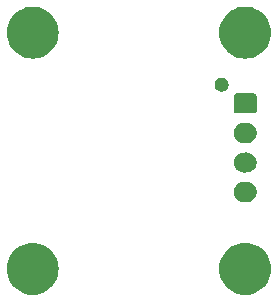
<source format=gbs>
%TF.GenerationSoftware,KiCad,Pcbnew,8.0.2*%
%TF.CreationDate,2024-12-26T16:28:57-05:00*%
%TF.ProjectId,Lumen Sensor,4c756d65-6e20-4536-956e-736f722e6b69,rev?*%
%TF.SameCoordinates,Original*%
%TF.FileFunction,Soldermask,Bot*%
%TF.FilePolarity,Negative*%
%FSLAX46Y46*%
G04 Gerber Fmt 4.6, Leading zero omitted, Abs format (unit mm)*
G04 Created by KiCad (PCBNEW 8.0.2) date 2024-12-26 16:28:57*
%MOMM*%
%LPD*%
G01*
G04 APERTURE LIST*
G04 APERTURE END LIST*
G36*
X99287158Y-62818821D02*
G01*
X99569402Y-62874963D01*
X99841904Y-62967465D01*
X100100000Y-63094744D01*
X100339275Y-63254623D01*
X100555635Y-63444365D01*
X100745377Y-63660725D01*
X100905256Y-63900000D01*
X101032535Y-64158096D01*
X101125037Y-64430598D01*
X101181179Y-64712842D01*
X101200000Y-65000000D01*
X101181179Y-65287158D01*
X101125037Y-65569402D01*
X101032535Y-65841904D01*
X100905256Y-66100000D01*
X100745377Y-66339275D01*
X100555635Y-66555635D01*
X100339275Y-66745377D01*
X100100000Y-66905256D01*
X99841904Y-67032535D01*
X99569402Y-67125037D01*
X99287158Y-67181179D01*
X99000000Y-67200000D01*
X98712842Y-67181179D01*
X98430598Y-67125037D01*
X98158096Y-67032535D01*
X97900000Y-66905256D01*
X97660725Y-66745377D01*
X97444365Y-66555635D01*
X97254623Y-66339275D01*
X97094744Y-66100000D01*
X96967465Y-65841904D01*
X96874963Y-65569402D01*
X96818821Y-65287158D01*
X96800000Y-65000000D01*
X96818821Y-64712842D01*
X96874963Y-64430598D01*
X96967465Y-64158096D01*
X97094744Y-63900000D01*
X97254623Y-63660725D01*
X97444365Y-63444365D01*
X97660725Y-63254623D01*
X97900000Y-63094744D01*
X98158096Y-62967465D01*
X98430598Y-62874963D01*
X98712842Y-62818821D01*
X99000000Y-62800000D01*
X99287158Y-62818821D01*
G37*
G36*
X117287158Y-62818821D02*
G01*
X117569402Y-62874963D01*
X117841904Y-62967465D01*
X118100000Y-63094744D01*
X118339275Y-63254623D01*
X118555635Y-63444365D01*
X118745377Y-63660725D01*
X118905256Y-63900000D01*
X119032535Y-64158096D01*
X119125037Y-64430598D01*
X119181179Y-64712842D01*
X119200000Y-65000000D01*
X119181179Y-65287158D01*
X119125037Y-65569402D01*
X119032535Y-65841904D01*
X118905256Y-66100000D01*
X118745377Y-66339275D01*
X118555635Y-66555635D01*
X118339275Y-66745377D01*
X118100000Y-66905256D01*
X117841904Y-67032535D01*
X117569402Y-67125037D01*
X117287158Y-67181179D01*
X117000000Y-67200000D01*
X116712842Y-67181179D01*
X116430598Y-67125037D01*
X116158096Y-67032535D01*
X115900000Y-66905256D01*
X115660725Y-66745377D01*
X115444365Y-66555635D01*
X115254623Y-66339275D01*
X115094744Y-66100000D01*
X114967465Y-65841904D01*
X114874963Y-65569402D01*
X114818821Y-65287158D01*
X114800000Y-65000000D01*
X114818821Y-64712842D01*
X114874963Y-64430598D01*
X114967465Y-64158096D01*
X115094744Y-63900000D01*
X115254623Y-63660725D01*
X115444365Y-63444365D01*
X115660725Y-63254623D01*
X115900000Y-63094744D01*
X116158096Y-62967465D01*
X116430598Y-62874963D01*
X116712842Y-62818821D01*
X117000000Y-62800000D01*
X117287158Y-62818821D01*
G37*
G36*
X117208315Y-57654093D02*
G01*
X117371742Y-57686601D01*
X117525687Y-57750367D01*
X117664234Y-57842941D01*
X117782059Y-57960766D01*
X117874633Y-58099313D01*
X117938399Y-58253258D01*
X117970907Y-58416685D01*
X117970907Y-58583315D01*
X117938399Y-58746742D01*
X117874633Y-58900687D01*
X117782059Y-59039234D01*
X117664234Y-59157059D01*
X117525687Y-59249633D01*
X117371742Y-59313399D01*
X117208315Y-59345907D01*
X116875000Y-59350000D01*
X116791685Y-59345907D01*
X116628258Y-59313399D01*
X116474313Y-59249633D01*
X116335766Y-59157059D01*
X116217941Y-59039234D01*
X116125367Y-58900687D01*
X116061601Y-58746742D01*
X116029093Y-58583315D01*
X116029093Y-58416685D01*
X116061601Y-58253258D01*
X116125367Y-58099313D01*
X116217941Y-57960766D01*
X116335766Y-57842941D01*
X116474313Y-57750367D01*
X116628258Y-57686601D01*
X116791685Y-57654093D01*
X117125000Y-57650000D01*
X117208315Y-57654093D01*
G37*
G36*
X117208315Y-55154093D02*
G01*
X117371742Y-55186601D01*
X117525687Y-55250367D01*
X117664234Y-55342941D01*
X117782059Y-55460766D01*
X117874633Y-55599313D01*
X117938399Y-55753258D01*
X117970907Y-55916685D01*
X117970907Y-56083315D01*
X117938399Y-56246742D01*
X117874633Y-56400687D01*
X117782059Y-56539234D01*
X117664234Y-56657059D01*
X117525687Y-56749633D01*
X117371742Y-56813399D01*
X117208315Y-56845907D01*
X116875000Y-56850000D01*
X116791685Y-56845907D01*
X116628258Y-56813399D01*
X116474313Y-56749633D01*
X116335766Y-56657059D01*
X116217941Y-56539234D01*
X116125367Y-56400687D01*
X116061601Y-56246742D01*
X116029093Y-56083315D01*
X116029093Y-55916685D01*
X116061601Y-55753258D01*
X116125367Y-55599313D01*
X116217941Y-55460766D01*
X116335766Y-55342941D01*
X116474313Y-55250367D01*
X116628258Y-55186601D01*
X116791685Y-55154093D01*
X117125000Y-55150000D01*
X117208315Y-55154093D01*
G37*
G36*
X117208315Y-52654093D02*
G01*
X117371742Y-52686601D01*
X117525687Y-52750367D01*
X117664234Y-52842941D01*
X117782059Y-52960766D01*
X117874633Y-53099313D01*
X117938399Y-53253258D01*
X117970907Y-53416685D01*
X117970907Y-53583315D01*
X117938399Y-53746742D01*
X117874633Y-53900687D01*
X117782059Y-54039234D01*
X117664234Y-54157059D01*
X117525687Y-54249633D01*
X117371742Y-54313399D01*
X117208315Y-54345907D01*
X116875000Y-54350000D01*
X116791685Y-54345907D01*
X116628258Y-54313399D01*
X116474313Y-54249633D01*
X116335766Y-54157059D01*
X116217941Y-54039234D01*
X116125367Y-53900687D01*
X116061601Y-53746742D01*
X116029093Y-53583315D01*
X116029093Y-53416685D01*
X116061601Y-53253258D01*
X116125367Y-53099313D01*
X116217941Y-52960766D01*
X116335766Y-52842941D01*
X116474313Y-52750367D01*
X116628258Y-52686601D01*
X116791685Y-52654093D01*
X117125000Y-52650000D01*
X117208315Y-52654093D01*
G37*
G36*
X117729047Y-50150805D02*
G01*
X117780408Y-50156764D01*
X117797954Y-50164511D01*
X117820671Y-50169030D01*
X117844991Y-50185280D01*
X117865793Y-50194465D01*
X117880000Y-50208672D01*
X117901777Y-50223223D01*
X117916327Y-50244999D01*
X117930534Y-50259206D01*
X117939718Y-50280006D01*
X117955970Y-50304329D01*
X117960489Y-50327048D01*
X117968235Y-50344591D01*
X117974192Y-50395940D01*
X117975000Y-50400000D01*
X117975000Y-51600000D01*
X117974192Y-51604059D01*
X117968235Y-51655408D01*
X117960489Y-51672950D01*
X117955970Y-51695671D01*
X117939716Y-51719995D01*
X117930534Y-51740793D01*
X117916329Y-51754997D01*
X117901777Y-51776777D01*
X117879997Y-51791329D01*
X117865793Y-51805534D01*
X117844995Y-51814716D01*
X117820671Y-51830970D01*
X117797950Y-51835489D01*
X117780408Y-51843235D01*
X117729061Y-51849192D01*
X117725000Y-51850000D01*
X116275000Y-51850000D01*
X116270941Y-51849192D01*
X116219591Y-51843235D01*
X116202048Y-51835489D01*
X116179329Y-51830970D01*
X116155006Y-51814718D01*
X116134206Y-51805534D01*
X116119999Y-51791327D01*
X116098223Y-51776777D01*
X116083672Y-51755000D01*
X116069465Y-51740793D01*
X116060280Y-51719991D01*
X116044030Y-51695671D01*
X116039511Y-51672954D01*
X116031764Y-51655408D01*
X116025805Y-51604049D01*
X116025000Y-51600000D01*
X116025000Y-50400000D01*
X116025804Y-50395953D01*
X116031764Y-50344591D01*
X116039511Y-50327043D01*
X116044030Y-50304329D01*
X116060278Y-50280010D01*
X116069465Y-50259206D01*
X116083674Y-50244996D01*
X116098223Y-50223223D01*
X116119996Y-50208674D01*
X116134206Y-50194465D01*
X116155010Y-50185278D01*
X116179329Y-50169030D01*
X116202043Y-50164511D01*
X116219591Y-50156764D01*
X116270952Y-50150805D01*
X116275000Y-50150000D01*
X117725000Y-50150000D01*
X117729047Y-50150805D01*
G37*
G36*
X115035995Y-48804739D02*
G01*
X115072278Y-48804739D01*
X115113880Y-48814993D01*
X115155291Y-48820445D01*
X115183638Y-48832186D01*
X115212632Y-48839333D01*
X115256591Y-48862404D01*
X115300000Y-48880385D01*
X115319804Y-48895581D01*
X115340629Y-48906511D01*
X115383202Y-48944228D01*
X115424264Y-48975736D01*
X115435935Y-48990946D01*
X115448832Y-49002372D01*
X115485821Y-49055959D01*
X115519615Y-49100000D01*
X115524707Y-49112293D01*
X115530948Y-49121335D01*
X115558020Y-49192719D01*
X115579555Y-49244709D01*
X115580521Y-49252050D01*
X115582209Y-49256500D01*
X115595278Y-49364140D01*
X115600000Y-49400000D01*
X115595278Y-49435862D01*
X115582209Y-49543499D01*
X115580521Y-49547947D01*
X115579555Y-49555291D01*
X115558015Y-49607291D01*
X115530948Y-49678664D01*
X115524708Y-49687703D01*
X115519615Y-49700000D01*
X115485814Y-49744049D01*
X115448832Y-49797627D01*
X115435937Y-49809050D01*
X115424264Y-49824264D01*
X115383194Y-49855777D01*
X115340629Y-49893488D01*
X115319808Y-49904415D01*
X115300000Y-49919615D01*
X115256582Y-49937598D01*
X115212632Y-49960666D01*
X115183642Y-49967811D01*
X115155291Y-49979555D01*
X115113877Y-49985007D01*
X115072278Y-49995261D01*
X115035995Y-49995261D01*
X115000000Y-50000000D01*
X114964005Y-49995261D01*
X114927722Y-49995261D01*
X114886121Y-49985007D01*
X114844709Y-49979555D01*
X114816358Y-49967811D01*
X114787367Y-49960666D01*
X114743412Y-49937596D01*
X114700000Y-49919615D01*
X114680193Y-49904417D01*
X114659370Y-49893488D01*
X114616798Y-49855772D01*
X114575736Y-49824264D01*
X114564064Y-49809053D01*
X114551167Y-49797627D01*
X114514175Y-49744036D01*
X114480385Y-49700000D01*
X114475293Y-49687707D01*
X114469051Y-49678664D01*
X114441972Y-49607262D01*
X114420445Y-49555291D01*
X114419478Y-49547951D01*
X114417790Y-49543499D01*
X114404708Y-49435764D01*
X114400000Y-49400000D01*
X114404708Y-49364238D01*
X114417790Y-49256500D01*
X114419478Y-49252046D01*
X114420445Y-49244709D01*
X114441967Y-49192748D01*
X114469051Y-49121335D01*
X114475294Y-49112290D01*
X114480385Y-49100000D01*
X114514168Y-49055972D01*
X114551167Y-49002372D01*
X114564066Y-48990943D01*
X114575736Y-48975736D01*
X114616789Y-48944234D01*
X114659370Y-48906511D01*
X114680197Y-48895579D01*
X114700000Y-48880385D01*
X114743403Y-48862406D01*
X114787367Y-48839333D01*
X114816363Y-48832186D01*
X114844709Y-48820445D01*
X114886118Y-48814993D01*
X114927722Y-48804739D01*
X114964005Y-48804739D01*
X115000000Y-48800000D01*
X115035995Y-48804739D01*
G37*
G36*
X99287158Y-42818821D02*
G01*
X99569402Y-42874963D01*
X99841904Y-42967465D01*
X100100000Y-43094744D01*
X100339275Y-43254623D01*
X100555635Y-43444365D01*
X100745377Y-43660725D01*
X100905256Y-43900000D01*
X101032535Y-44158096D01*
X101125037Y-44430598D01*
X101181179Y-44712842D01*
X101200000Y-45000000D01*
X101181179Y-45287158D01*
X101125037Y-45569402D01*
X101032535Y-45841904D01*
X100905256Y-46100000D01*
X100745377Y-46339275D01*
X100555635Y-46555635D01*
X100339275Y-46745377D01*
X100100000Y-46905256D01*
X99841904Y-47032535D01*
X99569402Y-47125037D01*
X99287158Y-47181179D01*
X99000000Y-47200000D01*
X98712842Y-47181179D01*
X98430598Y-47125037D01*
X98158096Y-47032535D01*
X97900000Y-46905256D01*
X97660725Y-46745377D01*
X97444365Y-46555635D01*
X97254623Y-46339275D01*
X97094744Y-46100000D01*
X96967465Y-45841904D01*
X96874963Y-45569402D01*
X96818821Y-45287158D01*
X96800000Y-45000000D01*
X96818821Y-44712842D01*
X96874963Y-44430598D01*
X96967465Y-44158096D01*
X97094744Y-43900000D01*
X97254623Y-43660725D01*
X97444365Y-43444365D01*
X97660725Y-43254623D01*
X97900000Y-43094744D01*
X98158096Y-42967465D01*
X98430598Y-42874963D01*
X98712842Y-42818821D01*
X99000000Y-42800000D01*
X99287158Y-42818821D01*
G37*
G36*
X117287158Y-42818821D02*
G01*
X117569402Y-42874963D01*
X117841904Y-42967465D01*
X118100000Y-43094744D01*
X118339275Y-43254623D01*
X118555635Y-43444365D01*
X118745377Y-43660725D01*
X118905256Y-43900000D01*
X119032535Y-44158096D01*
X119125037Y-44430598D01*
X119181179Y-44712842D01*
X119200000Y-45000000D01*
X119181179Y-45287158D01*
X119125037Y-45569402D01*
X119032535Y-45841904D01*
X118905256Y-46100000D01*
X118745377Y-46339275D01*
X118555635Y-46555635D01*
X118339275Y-46745377D01*
X118100000Y-46905256D01*
X117841904Y-47032535D01*
X117569402Y-47125037D01*
X117287158Y-47181179D01*
X117000000Y-47200000D01*
X116712842Y-47181179D01*
X116430598Y-47125037D01*
X116158096Y-47032535D01*
X115900000Y-46905256D01*
X115660725Y-46745377D01*
X115444365Y-46555635D01*
X115254623Y-46339275D01*
X115094744Y-46100000D01*
X114967465Y-45841904D01*
X114874963Y-45569402D01*
X114818821Y-45287158D01*
X114800000Y-45000000D01*
X114818821Y-44712842D01*
X114874963Y-44430598D01*
X114967465Y-44158096D01*
X115094744Y-43900000D01*
X115254623Y-43660725D01*
X115444365Y-43444365D01*
X115660725Y-43254623D01*
X115900000Y-43094744D01*
X116158096Y-42967465D01*
X116430598Y-42874963D01*
X116712842Y-42818821D01*
X117000000Y-42800000D01*
X117287158Y-42818821D01*
G37*
M02*

</source>
